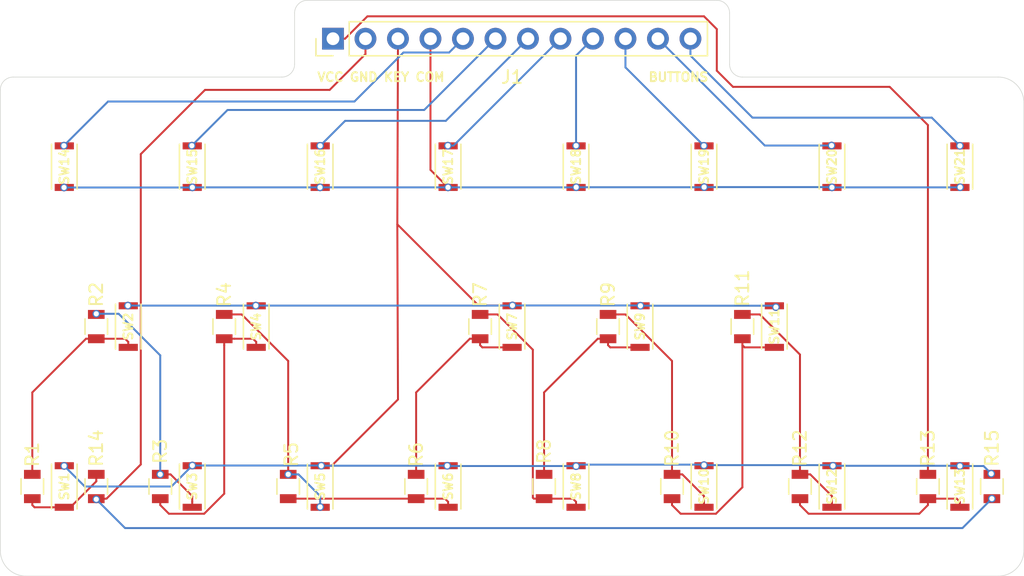
<source format=kicad_pcb>
(kicad_pcb (version 20171130) (host pcbnew "(5.1.5-0-10_14)")

  (general
    (thickness 1.6)
    (drawings 18)
    (tracks 230)
    (zones 0)
    (modules 37)
    (nets 26)
  )

  (page A4)
  (layers
    (0 F.Cu signal)
    (31 B.Cu signal)
    (32 B.Adhes user)
    (33 F.Adhes user)
    (34 B.Paste user)
    (35 F.Paste user)
    (36 B.SilkS user)
    (37 F.SilkS user)
    (38 B.Mask user)
    (39 F.Mask user)
    (40 Dwgs.User user)
    (41 Cmts.User user)
    (42 Eco1.User user)
    (43 Eco2.User user)
    (44 Edge.Cuts user)
    (45 Margin user)
    (46 B.CrtYd user)
    (47 F.CrtYd user)
    (48 B.Fab user)
    (49 F.Fab user hide)
  )

  (setup
    (last_trace_width 0.1524)
    (user_trace_width 0.1524)
    (user_trace_width 0.254)
    (user_trace_width 0.381)
    (user_trace_width 0.508)
    (trace_clearance 0.1524)
    (zone_clearance 0.508)
    (zone_45_only no)
    (trace_min 0.1524)
    (via_size 0.6)
    (via_drill 0.4)
    (via_min_size 0.5)
    (via_min_drill 0.3)
    (user_via 0.5 0.3)
    (user_via 0.6 0.4)
    (uvia_size 0.3)
    (uvia_drill 0.1)
    (uvias_allowed no)
    (uvia_min_size 0.2)
    (uvia_min_drill 0.1)
    (edge_width 0.05)
    (segment_width 0.2)
    (pcb_text_width 0.3)
    (pcb_text_size 1.5 1.5)
    (mod_edge_width 0.12)
    (mod_text_size 1 1)
    (mod_text_width 0.15)
    (pad_size 1.524 1.524)
    (pad_drill 0.762)
    (pad_to_mask_clearance 0.0508)
    (aux_axis_origin 0 0)
    (visible_elements FFFFF77F)
    (pcbplotparams
      (layerselection 0x010fc_ffffffff)
      (usegerberextensions false)
      (usegerberattributes false)
      (usegerberadvancedattributes false)
      (creategerberjobfile false)
      (excludeedgelayer true)
      (linewidth 0.100000)
      (plotframeref false)
      (viasonmask false)
      (mode 1)
      (useauxorigin false)
      (hpglpennumber 1)
      (hpglpenspeed 20)
      (hpglpendiameter 15.000000)
      (psnegative false)
      (psa4output false)
      (plotreference true)
      (plotvalue true)
      (plotinvisibletext false)
      (padsonsilk false)
      (subtractmaskfromsilk false)
      (outputformat 1)
      (mirror false)
      (drillshape 0)
      (scaleselection 1)
      (outputdirectory "output/"))
  )

  (net 0 "")
  (net 1 BUTTON8)
  (net 2 BUTTON7)
  (net 3 BUTTON6)
  (net 4 BUTTON5)
  (net 5 BUTTON4)
  (net 6 BUTTON3)
  (net 7 BUTTON2)
  (net 8 BUTTON1)
  (net 9 COMMON)
  (net 10 KEYBOARD)
  (net 11 GND)
  (net 12 VCC)
  (net 13 "Net-(R1-Pad2)")
  (net 14 "Net-(R10-Pad1)")
  (net 15 "Net-(R10-Pad2)")
  (net 16 "Net-(R1-Pad1)")
  (net 17 "Net-(R2-Pad1)")
  (net 18 "Net-(R3-Pad1)")
  (net 19 "Net-(R4-Pad1)")
  (net 20 "Net-(R5-Pad1)")
  (net 21 "Net-(R6-Pad1)")
  (net 22 "Net-(R7-Pad1)")
  (net 23 "Net-(R8-Pad1)")
  (net 24 "Net-(R11-Pad1)")
  (net 25 "Net-(R12-Pad1)")

  (net_class Default "This is the default net class."
    (clearance 0.1524)
    (trace_width 0.1524)
    (via_dia 0.6)
    (via_drill 0.4)
    (uvia_dia 0.3)
    (uvia_drill 0.1)
    (add_net BUTTON1)
    (add_net BUTTON2)
    (add_net BUTTON3)
    (add_net BUTTON4)
    (add_net BUTTON5)
    (add_net BUTTON6)
    (add_net BUTTON7)
    (add_net BUTTON8)
    (add_net COMMON)
    (add_net GND)
    (add_net KEYBOARD)
    (add_net "Net-(R1-Pad1)")
    (add_net "Net-(R1-Pad2)")
    (add_net "Net-(R10-Pad1)")
    (add_net "Net-(R10-Pad2)")
    (add_net "Net-(R11-Pad1)")
    (add_net "Net-(R12-Pad1)")
    (add_net "Net-(R2-Pad1)")
    (add_net "Net-(R3-Pad1)")
    (add_net "Net-(R4-Pad1)")
    (add_net "Net-(R5-Pad1)")
    (add_net "Net-(R6-Pad1)")
    (add_net "Net-(R7-Pad1)")
    (add_net "Net-(R8-Pad1)")
    (add_net VCC)
  )

  (module Resistors_SMD:R_0805 (layer F.Cu) (tedit 58E0A804) (tstamp 601EF5B7)
    (at 114.5 117 270)
    (descr "Resistor SMD 0805, reflow soldering, Vishay (see dcrcw.pdf)")
    (tags "resistor 0805")
    (path /601498EC)
    (attr smd)
    (fp_text reference R1 (at -2.5 0 90) (layer F.SilkS)
      (effects (font (size 1 1) (thickness 0.15)))
    )
    (fp_text value 470 (at 0 1.75 90) (layer F.Fab)
      (effects (font (size 1 1) (thickness 0.15)))
    )
    (fp_line (start 1.55 0.9) (end -1.55 0.9) (layer F.CrtYd) (width 0.05))
    (fp_line (start 1.55 0.9) (end 1.55 -0.9) (layer F.CrtYd) (width 0.05))
    (fp_line (start -1.55 -0.9) (end -1.55 0.9) (layer F.CrtYd) (width 0.05))
    (fp_line (start -1.55 -0.9) (end 1.55 -0.9) (layer F.CrtYd) (width 0.05))
    (fp_line (start -0.6 -0.88) (end 0.6 -0.88) (layer F.SilkS) (width 0.12))
    (fp_line (start 0.6 0.88) (end -0.6 0.88) (layer F.SilkS) (width 0.12))
    (fp_line (start -1 -0.62) (end 1 -0.62) (layer F.Fab) (width 0.1))
    (fp_line (start 1 -0.62) (end 1 0.62) (layer F.Fab) (width 0.1))
    (fp_line (start 1 0.62) (end -1 0.62) (layer F.Fab) (width 0.1))
    (fp_line (start -1 0.62) (end -1 -0.62) (layer F.Fab) (width 0.1))
    (fp_text user %R (at 0 0 90) (layer F.Fab)
      (effects (font (size 0.5 0.5) (thickness 0.075)))
    )
    (pad 2 smd rect (at 0.95 0 270) (size 0.7 1.3) (layers F.Cu F.Paste F.Mask)
      (net 13 "Net-(R1-Pad2)"))
    (pad 1 smd rect (at -0.95 0 270) (size 0.7 1.3) (layers F.Cu F.Paste F.Mask)
      (net 16 "Net-(R1-Pad1)"))
    (model ${KISYS3DMOD}/Resistors_SMD.3dshapes/R_0805.wrl
      (at (xyz 0 0 0))
      (scale (xyz 1 1 1))
      (rotate (xyz 0 0 0))
    )
  )

  (module Resistors_SMD:R_0805 (layer F.Cu) (tedit 58E0A804) (tstamp 601EF5D7)
    (at 189.5 117 270)
    (descr "Resistor SMD 0805, reflow soldering, Vishay (see dcrcw.pdf)")
    (tags "resistor 0805")
    (path /601694F7)
    (attr smd)
    (fp_text reference R15 (at -3 0 90) (layer F.SilkS)
      (effects (font (size 1 1) (thickness 0.15)))
    )
    (fp_text value 47k (at 0 1.75 90) (layer F.Fab)
      (effects (font (size 1 1) (thickness 0.15)))
    )
    (fp_line (start 1.55 0.9) (end -1.55 0.9) (layer F.CrtYd) (width 0.05))
    (fp_line (start 1.55 0.9) (end 1.55 -0.9) (layer F.CrtYd) (width 0.05))
    (fp_line (start -1.55 -0.9) (end -1.55 0.9) (layer F.CrtYd) (width 0.05))
    (fp_line (start -1.55 -0.9) (end 1.55 -0.9) (layer F.CrtYd) (width 0.05))
    (fp_line (start -0.6 -0.88) (end 0.6 -0.88) (layer F.SilkS) (width 0.12))
    (fp_line (start 0.6 0.88) (end -0.6 0.88) (layer F.SilkS) (width 0.12))
    (fp_line (start -1 -0.62) (end 1 -0.62) (layer F.Fab) (width 0.1))
    (fp_line (start 1 -0.62) (end 1 0.62) (layer F.Fab) (width 0.1))
    (fp_line (start 1 0.62) (end -1 0.62) (layer F.Fab) (width 0.1))
    (fp_line (start -1 0.62) (end -1 -0.62) (layer F.Fab) (width 0.1))
    (fp_text user %R (at 0 0 90) (layer F.Fab)
      (effects (font (size 0.5 0.5) (thickness 0.075)))
    )
    (pad 2 smd rect (at 0.95 0 270) (size 0.7 1.3) (layers F.Cu F.Paste F.Mask)
      (net 11 GND))
    (pad 1 smd rect (at -0.95 0 270) (size 0.7 1.3) (layers F.Cu F.Paste F.Mask)
      (net 10 KEYBOARD))
    (model ${KISYS3DMOD}/Resistors_SMD.3dshapes/R_0805.wrl
      (at (xyz 0 0 0))
      (scale (xyz 1 1 1))
      (rotate (xyz 0 0 0))
    )
  )

  (module Resistors_SMD:R_0805 (layer F.Cu) (tedit 58E0A804) (tstamp 601EF5C7)
    (at 119.5 117 270)
    (descr "Resistor SMD 0805, reflow soldering, Vishay (see dcrcw.pdf)")
    (tags "resistor 0805")
    (path /60149C25)
    (attr smd)
    (fp_text reference R14 (at -3 0 90) (layer F.SilkS)
      (effects (font (size 1 1) (thickness 0.15)))
    )
    (fp_text value 27k (at 0 1.75 90) (layer F.Fab)
      (effects (font (size 1 1) (thickness 0.15)))
    )
    (fp_text user %R (at 0 0 90) (layer F.Fab)
      (effects (font (size 0.5 0.5) (thickness 0.075)))
    )
    (fp_line (start -1 0.62) (end -1 -0.62) (layer F.Fab) (width 0.1))
    (fp_line (start 1 0.62) (end -1 0.62) (layer F.Fab) (width 0.1))
    (fp_line (start 1 -0.62) (end 1 0.62) (layer F.Fab) (width 0.1))
    (fp_line (start -1 -0.62) (end 1 -0.62) (layer F.Fab) (width 0.1))
    (fp_line (start 0.6 0.88) (end -0.6 0.88) (layer F.SilkS) (width 0.12))
    (fp_line (start -0.6 -0.88) (end 0.6 -0.88) (layer F.SilkS) (width 0.12))
    (fp_line (start -1.55 -0.9) (end 1.55 -0.9) (layer F.CrtYd) (width 0.05))
    (fp_line (start -1.55 -0.9) (end -1.55 0.9) (layer F.CrtYd) (width 0.05))
    (fp_line (start 1.55 0.9) (end 1.55 -0.9) (layer F.CrtYd) (width 0.05))
    (fp_line (start 1.55 0.9) (end -1.55 0.9) (layer F.CrtYd) (width 0.05))
    (pad 1 smd rect (at -0.95 0 270) (size 0.7 1.3) (layers F.Cu F.Paste F.Mask)
      (net 13 "Net-(R1-Pad2)"))
    (pad 2 smd rect (at 0.95 0 270) (size 0.7 1.3) (layers F.Cu F.Paste F.Mask)
      (net 11 GND))
    (model ${KISYS3DMOD}/Resistors_SMD.3dshapes/R_0805.wrl
      (at (xyz 0 0 0))
      (scale (xyz 1 1 1))
      (rotate (xyz 0 0 0))
    )
  )

  (module Resistors_SMD:R_0805 (layer F.Cu) (tedit 58E0A804) (tstamp 601EF5A7)
    (at 119.5 104.5 270)
    (descr "Resistor SMD 0805, reflow soldering, Vishay (see dcrcw.pdf)")
    (tags "resistor 0805")
    (path /60149319)
    (attr smd)
    (fp_text reference R2 (at -2.5 0 90) (layer F.SilkS)
      (effects (font (size 1 1) (thickness 0.15)))
    )
    (fp_text value 470 (at 0 1.75 90) (layer F.Fab)
      (effects (font (size 1 1) (thickness 0.15)))
    )
    (fp_text user %R (at 0 0 90) (layer F.Fab)
      (effects (font (size 0.5 0.5) (thickness 0.075)))
    )
    (fp_line (start -1 0.62) (end -1 -0.62) (layer F.Fab) (width 0.1))
    (fp_line (start 1 0.62) (end -1 0.62) (layer F.Fab) (width 0.1))
    (fp_line (start 1 -0.62) (end 1 0.62) (layer F.Fab) (width 0.1))
    (fp_line (start -1 -0.62) (end 1 -0.62) (layer F.Fab) (width 0.1))
    (fp_line (start 0.6 0.88) (end -0.6 0.88) (layer F.SilkS) (width 0.12))
    (fp_line (start -0.6 -0.88) (end 0.6 -0.88) (layer F.SilkS) (width 0.12))
    (fp_line (start -1.55 -0.9) (end 1.55 -0.9) (layer F.CrtYd) (width 0.05))
    (fp_line (start -1.55 -0.9) (end -1.55 0.9) (layer F.CrtYd) (width 0.05))
    (fp_line (start 1.55 0.9) (end 1.55 -0.9) (layer F.CrtYd) (width 0.05))
    (fp_line (start 1.55 0.9) (end -1.55 0.9) (layer F.CrtYd) (width 0.05))
    (pad 1 smd rect (at -0.95 0 270) (size 0.7 1.3) (layers F.Cu F.Paste F.Mask)
      (net 17 "Net-(R2-Pad1)"))
    (pad 2 smd rect (at 0.95 0 270) (size 0.7 1.3) (layers F.Cu F.Paste F.Mask)
      (net 16 "Net-(R1-Pad1)"))
    (model ${KISYS3DMOD}/Resistors_SMD.3dshapes/R_0805.wrl
      (at (xyz 0 0 0))
      (scale (xyz 1 1 1))
      (rotate (xyz 0 0 0))
    )
  )

  (module Resistors_SMD:R_0805 (layer F.Cu) (tedit 58E0A804) (tstamp 601EF597)
    (at 124.5 117 90)
    (descr "Resistor SMD 0805, reflow soldering, Vishay (see dcrcw.pdf)")
    (tags "resistor 0805")
    (path /60148D08)
    (attr smd)
    (fp_text reference R3 (at 2.75 0 90) (layer F.SilkS)
      (effects (font (size 1 1) (thickness 0.15)))
    )
    (fp_text value 470 (at 0 1.75 90) (layer F.Fab)
      (effects (font (size 1 1) (thickness 0.15)))
    )
    (fp_line (start 1.55 0.9) (end -1.55 0.9) (layer F.CrtYd) (width 0.05))
    (fp_line (start 1.55 0.9) (end 1.55 -0.9) (layer F.CrtYd) (width 0.05))
    (fp_line (start -1.55 -0.9) (end -1.55 0.9) (layer F.CrtYd) (width 0.05))
    (fp_line (start -1.55 -0.9) (end 1.55 -0.9) (layer F.CrtYd) (width 0.05))
    (fp_line (start -0.6 -0.88) (end 0.6 -0.88) (layer F.SilkS) (width 0.12))
    (fp_line (start 0.6 0.88) (end -0.6 0.88) (layer F.SilkS) (width 0.12))
    (fp_line (start -1 -0.62) (end 1 -0.62) (layer F.Fab) (width 0.1))
    (fp_line (start 1 -0.62) (end 1 0.62) (layer F.Fab) (width 0.1))
    (fp_line (start 1 0.62) (end -1 0.62) (layer F.Fab) (width 0.1))
    (fp_line (start -1 0.62) (end -1 -0.62) (layer F.Fab) (width 0.1))
    (fp_text user %R (at 0 0 90) (layer F.Fab)
      (effects (font (size 0.5 0.5) (thickness 0.075)))
    )
    (pad 2 smd rect (at 0.95 0 90) (size 0.7 1.3) (layers F.Cu F.Paste F.Mask)
      (net 17 "Net-(R2-Pad1)"))
    (pad 1 smd rect (at -0.95 0 90) (size 0.7 1.3) (layers F.Cu F.Paste F.Mask)
      (net 18 "Net-(R3-Pad1)"))
    (model ${KISYS3DMOD}/Resistors_SMD.3dshapes/R_0805.wrl
      (at (xyz 0 0 0))
      (scale (xyz 1 1 1))
      (rotate (xyz 0 0 0))
    )
  )

  (module Resistors_SMD:R_0805 (layer F.Cu) (tedit 58E0A804) (tstamp 601EF587)
    (at 129.5 104.5 270)
    (descr "Resistor SMD 0805, reflow soldering, Vishay (see dcrcw.pdf)")
    (tags "resistor 0805")
    (path /601466C1)
    (attr smd)
    (fp_text reference R4 (at -2.5 0 90) (layer F.SilkS)
      (effects (font (size 1 1) (thickness 0.15)))
    )
    (fp_text value 470 (at 0 1.75 90) (layer F.Fab)
      (effects (font (size 1 1) (thickness 0.15)))
    )
    (fp_text user %R (at 0 0 90) (layer F.Fab)
      (effects (font (size 0.5 0.5) (thickness 0.075)))
    )
    (fp_line (start -1 0.62) (end -1 -0.62) (layer F.Fab) (width 0.1))
    (fp_line (start 1 0.62) (end -1 0.62) (layer F.Fab) (width 0.1))
    (fp_line (start 1 -0.62) (end 1 0.62) (layer F.Fab) (width 0.1))
    (fp_line (start -1 -0.62) (end 1 -0.62) (layer F.Fab) (width 0.1))
    (fp_line (start 0.6 0.88) (end -0.6 0.88) (layer F.SilkS) (width 0.12))
    (fp_line (start -0.6 -0.88) (end 0.6 -0.88) (layer F.SilkS) (width 0.12))
    (fp_line (start -1.55 -0.9) (end 1.55 -0.9) (layer F.CrtYd) (width 0.05))
    (fp_line (start -1.55 -0.9) (end -1.55 0.9) (layer F.CrtYd) (width 0.05))
    (fp_line (start 1.55 0.9) (end 1.55 -0.9) (layer F.CrtYd) (width 0.05))
    (fp_line (start 1.55 0.9) (end -1.55 0.9) (layer F.CrtYd) (width 0.05))
    (pad 1 smd rect (at -0.95 0 270) (size 0.7 1.3) (layers F.Cu F.Paste F.Mask)
      (net 19 "Net-(R4-Pad1)"))
    (pad 2 smd rect (at 0.95 0 270) (size 0.7 1.3) (layers F.Cu F.Paste F.Mask)
      (net 18 "Net-(R3-Pad1)"))
    (model ${KISYS3DMOD}/Resistors_SMD.3dshapes/R_0805.wrl
      (at (xyz 0 0 0))
      (scale (xyz 1 1 1))
      (rotate (xyz 0 0 0))
    )
  )

  (module Resistors_SMD:R_0805 (layer F.Cu) (tedit 58E0A804) (tstamp 601EF577)
    (at 134.5 117 90)
    (descr "Resistor SMD 0805, reflow soldering, Vishay (see dcrcw.pdf)")
    (tags "resistor 0805")
    (path /601464AE)
    (attr smd)
    (fp_text reference R5 (at 2.5 0.25 90) (layer F.SilkS)
      (effects (font (size 1 1) (thickness 0.15)))
    )
    (fp_text value 470 (at 0 1.75 90) (layer F.Fab)
      (effects (font (size 1 1) (thickness 0.15)))
    )
    (fp_text user %R (at 0 0 90) (layer F.Fab)
      (effects (font (size 0.5 0.5) (thickness 0.075)))
    )
    (fp_line (start -1 0.62) (end -1 -0.62) (layer F.Fab) (width 0.1))
    (fp_line (start 1 0.62) (end -1 0.62) (layer F.Fab) (width 0.1))
    (fp_line (start 1 -0.62) (end 1 0.62) (layer F.Fab) (width 0.1))
    (fp_line (start -1 -0.62) (end 1 -0.62) (layer F.Fab) (width 0.1))
    (fp_line (start 0.6 0.88) (end -0.6 0.88) (layer F.SilkS) (width 0.12))
    (fp_line (start -0.6 -0.88) (end 0.6 -0.88) (layer F.SilkS) (width 0.12))
    (fp_line (start -1.55 -0.9) (end 1.55 -0.9) (layer F.CrtYd) (width 0.05))
    (fp_line (start -1.55 -0.9) (end -1.55 0.9) (layer F.CrtYd) (width 0.05))
    (fp_line (start 1.55 0.9) (end 1.55 -0.9) (layer F.CrtYd) (width 0.05))
    (fp_line (start 1.55 0.9) (end -1.55 0.9) (layer F.CrtYd) (width 0.05))
    (pad 1 smd rect (at -0.95 0 90) (size 0.7 1.3) (layers F.Cu F.Paste F.Mask)
      (net 20 "Net-(R5-Pad1)"))
    (pad 2 smd rect (at 0.95 0 90) (size 0.7 1.3) (layers F.Cu F.Paste F.Mask)
      (net 19 "Net-(R4-Pad1)"))
    (model ${KISYS3DMOD}/Resistors_SMD.3dshapes/R_0805.wrl
      (at (xyz 0 0 0))
      (scale (xyz 1 1 1))
      (rotate (xyz 0 0 0))
    )
  )

  (module Resistors_SMD:R_0805 (layer F.Cu) (tedit 58E0A804) (tstamp 601EF567)
    (at 144.5 117 270)
    (descr "Resistor SMD 0805, reflow soldering, Vishay (see dcrcw.pdf)")
    (tags "resistor 0805")
    (path /60146175)
    (attr smd)
    (fp_text reference R6 (at -2.5 0 90) (layer F.SilkS)
      (effects (font (size 1 1) (thickness 0.15)))
    )
    (fp_text value 470 (at 0 1.75 90) (layer F.Fab)
      (effects (font (size 1 1) (thickness 0.15)))
    )
    (fp_line (start 1.55 0.9) (end -1.55 0.9) (layer F.CrtYd) (width 0.05))
    (fp_line (start 1.55 0.9) (end 1.55 -0.9) (layer F.CrtYd) (width 0.05))
    (fp_line (start -1.55 -0.9) (end -1.55 0.9) (layer F.CrtYd) (width 0.05))
    (fp_line (start -1.55 -0.9) (end 1.55 -0.9) (layer F.CrtYd) (width 0.05))
    (fp_line (start -0.6 -0.88) (end 0.6 -0.88) (layer F.SilkS) (width 0.12))
    (fp_line (start 0.6 0.88) (end -0.6 0.88) (layer F.SilkS) (width 0.12))
    (fp_line (start -1 -0.62) (end 1 -0.62) (layer F.Fab) (width 0.1))
    (fp_line (start 1 -0.62) (end 1 0.62) (layer F.Fab) (width 0.1))
    (fp_line (start 1 0.62) (end -1 0.62) (layer F.Fab) (width 0.1))
    (fp_line (start -1 0.62) (end -1 -0.62) (layer F.Fab) (width 0.1))
    (fp_text user %R (at 0 0 90) (layer F.Fab)
      (effects (font (size 0.5 0.5) (thickness 0.075)))
    )
    (pad 2 smd rect (at 0.95 0 270) (size 0.7 1.3) (layers F.Cu F.Paste F.Mask)
      (net 20 "Net-(R5-Pad1)"))
    (pad 1 smd rect (at -0.95 0 270) (size 0.7 1.3) (layers F.Cu F.Paste F.Mask)
      (net 21 "Net-(R6-Pad1)"))
    (model ${KISYS3DMOD}/Resistors_SMD.3dshapes/R_0805.wrl
      (at (xyz 0 0 0))
      (scale (xyz 1 1 1))
      (rotate (xyz 0 0 0))
    )
  )

  (module Resistors_SMD:R_0805 (layer F.Cu) (tedit 58E0A804) (tstamp 601EF557)
    (at 149.5 104.5 270)
    (descr "Resistor SMD 0805, reflow soldering, Vishay (see dcrcw.pdf)")
    (tags "resistor 0805")
    (path /60145E51)
    (attr smd)
    (fp_text reference R7 (at -2.5 0 90) (layer F.SilkS)
      (effects (font (size 1 1) (thickness 0.15)))
    )
    (fp_text value 470 (at 0 1.75 90) (layer F.Fab)
      (effects (font (size 1 1) (thickness 0.15)))
    )
    (fp_text user %R (at 0 0 90) (layer F.Fab)
      (effects (font (size 0.5 0.5) (thickness 0.075)))
    )
    (fp_line (start -1 0.62) (end -1 -0.62) (layer F.Fab) (width 0.1))
    (fp_line (start 1 0.62) (end -1 0.62) (layer F.Fab) (width 0.1))
    (fp_line (start 1 -0.62) (end 1 0.62) (layer F.Fab) (width 0.1))
    (fp_line (start -1 -0.62) (end 1 -0.62) (layer F.Fab) (width 0.1))
    (fp_line (start 0.6 0.88) (end -0.6 0.88) (layer F.SilkS) (width 0.12))
    (fp_line (start -0.6 -0.88) (end 0.6 -0.88) (layer F.SilkS) (width 0.12))
    (fp_line (start -1.55 -0.9) (end 1.55 -0.9) (layer F.CrtYd) (width 0.05))
    (fp_line (start -1.55 -0.9) (end -1.55 0.9) (layer F.CrtYd) (width 0.05))
    (fp_line (start 1.55 0.9) (end 1.55 -0.9) (layer F.CrtYd) (width 0.05))
    (fp_line (start 1.55 0.9) (end -1.55 0.9) (layer F.CrtYd) (width 0.05))
    (pad 1 smd rect (at -0.95 0 270) (size 0.7 1.3) (layers F.Cu F.Paste F.Mask)
      (net 22 "Net-(R7-Pad1)"))
    (pad 2 smd rect (at 0.95 0 270) (size 0.7 1.3) (layers F.Cu F.Paste F.Mask)
      (net 21 "Net-(R6-Pad1)"))
    (model ${KISYS3DMOD}/Resistors_SMD.3dshapes/R_0805.wrl
      (at (xyz 0 0 0))
      (scale (xyz 1 1 1))
      (rotate (xyz 0 0 0))
    )
  )

  (module Resistors_SMD:R_0805 (layer F.Cu) (tedit 58E0A804) (tstamp 601EF547)
    (at 154.5 117 270)
    (descr "Resistor SMD 0805, reflow soldering, Vishay (see dcrcw.pdf)")
    (tags "resistor 0805")
    (path /60145BEA)
    (attr smd)
    (fp_text reference R8 (at -2.75 0 90) (layer F.SilkS)
      (effects (font (size 1 1) (thickness 0.15)))
    )
    (fp_text value 470 (at 0 1.75 90) (layer F.Fab)
      (effects (font (size 1 1) (thickness 0.15)))
    )
    (fp_line (start 1.55 0.9) (end -1.55 0.9) (layer F.CrtYd) (width 0.05))
    (fp_line (start 1.55 0.9) (end 1.55 -0.9) (layer F.CrtYd) (width 0.05))
    (fp_line (start -1.55 -0.9) (end -1.55 0.9) (layer F.CrtYd) (width 0.05))
    (fp_line (start -1.55 -0.9) (end 1.55 -0.9) (layer F.CrtYd) (width 0.05))
    (fp_line (start -0.6 -0.88) (end 0.6 -0.88) (layer F.SilkS) (width 0.12))
    (fp_line (start 0.6 0.88) (end -0.6 0.88) (layer F.SilkS) (width 0.12))
    (fp_line (start -1 -0.62) (end 1 -0.62) (layer F.Fab) (width 0.1))
    (fp_line (start 1 -0.62) (end 1 0.62) (layer F.Fab) (width 0.1))
    (fp_line (start 1 0.62) (end -1 0.62) (layer F.Fab) (width 0.1))
    (fp_line (start -1 0.62) (end -1 -0.62) (layer F.Fab) (width 0.1))
    (fp_text user %R (at 0 0 90) (layer F.Fab)
      (effects (font (size 0.5 0.5) (thickness 0.075)))
    )
    (pad 2 smd rect (at 0.95 0 270) (size 0.7 1.3) (layers F.Cu F.Paste F.Mask)
      (net 22 "Net-(R7-Pad1)"))
    (pad 1 smd rect (at -0.95 0 270) (size 0.7 1.3) (layers F.Cu F.Paste F.Mask)
      (net 23 "Net-(R8-Pad1)"))
    (model ${KISYS3DMOD}/Resistors_SMD.3dshapes/R_0805.wrl
      (at (xyz 0 0 0))
      (scale (xyz 1 1 1))
      (rotate (xyz 0 0 0))
    )
  )

  (module Resistors_SMD:R_0805 (layer F.Cu) (tedit 58E0A804) (tstamp 601EF537)
    (at 159.5 104.5 270)
    (descr "Resistor SMD 0805, reflow soldering, Vishay (see dcrcw.pdf)")
    (tags "resistor 0805")
    (path /601458F0)
    (attr smd)
    (fp_text reference R9 (at -2.5 0 90) (layer F.SilkS)
      (effects (font (size 1 1) (thickness 0.15)))
    )
    (fp_text value 470 (at 0 1.75 90) (layer F.Fab)
      (effects (font (size 1 1) (thickness 0.15)))
    )
    (fp_text user %R (at 0 0 90) (layer F.Fab)
      (effects (font (size 0.5 0.5) (thickness 0.075)))
    )
    (fp_line (start -1 0.62) (end -1 -0.62) (layer F.Fab) (width 0.1))
    (fp_line (start 1 0.62) (end -1 0.62) (layer F.Fab) (width 0.1))
    (fp_line (start 1 -0.62) (end 1 0.62) (layer F.Fab) (width 0.1))
    (fp_line (start -1 -0.62) (end 1 -0.62) (layer F.Fab) (width 0.1))
    (fp_line (start 0.6 0.88) (end -0.6 0.88) (layer F.SilkS) (width 0.12))
    (fp_line (start -0.6 -0.88) (end 0.6 -0.88) (layer F.SilkS) (width 0.12))
    (fp_line (start -1.55 -0.9) (end 1.55 -0.9) (layer F.CrtYd) (width 0.05))
    (fp_line (start -1.55 -0.9) (end -1.55 0.9) (layer F.CrtYd) (width 0.05))
    (fp_line (start 1.55 0.9) (end 1.55 -0.9) (layer F.CrtYd) (width 0.05))
    (fp_line (start 1.55 0.9) (end -1.55 0.9) (layer F.CrtYd) (width 0.05))
    (pad 1 smd rect (at -0.95 0 270) (size 0.7 1.3) (layers F.Cu F.Paste F.Mask)
      (net 15 "Net-(R10-Pad2)"))
    (pad 2 smd rect (at 0.95 0 270) (size 0.7 1.3) (layers F.Cu F.Paste F.Mask)
      (net 23 "Net-(R8-Pad1)"))
    (model ${KISYS3DMOD}/Resistors_SMD.3dshapes/R_0805.wrl
      (at (xyz 0 0 0))
      (scale (xyz 1 1 1))
      (rotate (xyz 0 0 0))
    )
  )

  (module Resistors_SMD:R_0805 (layer F.Cu) (tedit 58E0A804) (tstamp 601EF527)
    (at 164.5 117 90)
    (descr "Resistor SMD 0805, reflow soldering, Vishay (see dcrcw.pdf)")
    (tags "resistor 0805")
    (path /601455A2)
    (attr smd)
    (fp_text reference R10 (at 3 0 90) (layer F.SilkS)
      (effects (font (size 1 1) (thickness 0.15)))
    )
    (fp_text value 470 (at 0 1.75 90) (layer F.Fab)
      (effects (font (size 1 1) (thickness 0.15)))
    )
    (fp_line (start 1.55 0.9) (end -1.55 0.9) (layer F.CrtYd) (width 0.05))
    (fp_line (start 1.55 0.9) (end 1.55 -0.9) (layer F.CrtYd) (width 0.05))
    (fp_line (start -1.55 -0.9) (end -1.55 0.9) (layer F.CrtYd) (width 0.05))
    (fp_line (start -1.55 -0.9) (end 1.55 -0.9) (layer F.CrtYd) (width 0.05))
    (fp_line (start -0.6 -0.88) (end 0.6 -0.88) (layer F.SilkS) (width 0.12))
    (fp_line (start 0.6 0.88) (end -0.6 0.88) (layer F.SilkS) (width 0.12))
    (fp_line (start -1 -0.62) (end 1 -0.62) (layer F.Fab) (width 0.1))
    (fp_line (start 1 -0.62) (end 1 0.62) (layer F.Fab) (width 0.1))
    (fp_line (start 1 0.62) (end -1 0.62) (layer F.Fab) (width 0.1))
    (fp_line (start -1 0.62) (end -1 -0.62) (layer F.Fab) (width 0.1))
    (fp_text user %R (at 0 0 90) (layer F.Fab)
      (effects (font (size 0.5 0.5) (thickness 0.075)))
    )
    (pad 2 smd rect (at 0.95 0 90) (size 0.7 1.3) (layers F.Cu F.Paste F.Mask)
      (net 15 "Net-(R10-Pad2)"))
    (pad 1 smd rect (at -0.95 0 90) (size 0.7 1.3) (layers F.Cu F.Paste F.Mask)
      (net 14 "Net-(R10-Pad1)"))
    (model ${KISYS3DMOD}/Resistors_SMD.3dshapes/R_0805.wrl
      (at (xyz 0 0 0))
      (scale (xyz 1 1 1))
      (rotate (xyz 0 0 0))
    )
  )

  (module Resistors_SMD:R_0805 (layer F.Cu) (tedit 58E0A804) (tstamp 601EF517)
    (at 170 104.5 270)
    (descr "Resistor SMD 0805, reflow soldering, Vishay (see dcrcw.pdf)")
    (tags "resistor 0805")
    (path /601452BD)
    (attr smd)
    (fp_text reference R11 (at -3 0 90) (layer F.SilkS)
      (effects (font (size 1 1) (thickness 0.15)))
    )
    (fp_text value 470 (at 0 1.75 90) (layer F.Fab)
      (effects (font (size 1 1) (thickness 0.15)))
    )
    (fp_text user %R (at 0 0 90) (layer F.Fab)
      (effects (font (size 0.5 0.5) (thickness 0.075)))
    )
    (fp_line (start -1 0.62) (end -1 -0.62) (layer F.Fab) (width 0.1))
    (fp_line (start 1 0.62) (end -1 0.62) (layer F.Fab) (width 0.1))
    (fp_line (start 1 -0.62) (end 1 0.62) (layer F.Fab) (width 0.1))
    (fp_line (start -1 -0.62) (end 1 -0.62) (layer F.Fab) (width 0.1))
    (fp_line (start 0.6 0.88) (end -0.6 0.88) (layer F.SilkS) (width 0.12))
    (fp_line (start -0.6 -0.88) (end 0.6 -0.88) (layer F.SilkS) (width 0.12))
    (fp_line (start -1.55 -0.9) (end 1.55 -0.9) (layer F.CrtYd) (width 0.05))
    (fp_line (start -1.55 -0.9) (end -1.55 0.9) (layer F.CrtYd) (width 0.05))
    (fp_line (start 1.55 0.9) (end 1.55 -0.9) (layer F.CrtYd) (width 0.05))
    (fp_line (start 1.55 0.9) (end -1.55 0.9) (layer F.CrtYd) (width 0.05))
    (pad 1 smd rect (at -0.95 0 270) (size 0.7 1.3) (layers F.Cu F.Paste F.Mask)
      (net 24 "Net-(R11-Pad1)"))
    (pad 2 smd rect (at 0.95 0 270) (size 0.7 1.3) (layers F.Cu F.Paste F.Mask)
      (net 14 "Net-(R10-Pad1)"))
    (model ${KISYS3DMOD}/Resistors_SMD.3dshapes/R_0805.wrl
      (at (xyz 0 0 0))
      (scale (xyz 1 1 1))
      (rotate (xyz 0 0 0))
    )
  )

  (module Resistors_SMD:R_0805 (layer F.Cu) (tedit 58E0A804) (tstamp 601EF7C2)
    (at 174.5 117 90)
    (descr "Resistor SMD 0805, reflow soldering, Vishay (see dcrcw.pdf)")
    (tags "resistor 0805")
    (path /60144F03)
    (attr smd)
    (fp_text reference R12 (at 3 0 90) (layer F.SilkS)
      (effects (font (size 1 1) (thickness 0.15)))
    )
    (fp_text value 470 (at 0 1.75 90) (layer F.Fab)
      (effects (font (size 1 1) (thickness 0.15)))
    )
    (fp_line (start 1.55 0.9) (end -1.55 0.9) (layer F.CrtYd) (width 0.05))
    (fp_line (start 1.55 0.9) (end 1.55 -0.9) (layer F.CrtYd) (width 0.05))
    (fp_line (start -1.55 -0.9) (end -1.55 0.9) (layer F.CrtYd) (width 0.05))
    (fp_line (start -1.55 -0.9) (end 1.55 -0.9) (layer F.CrtYd) (width 0.05))
    (fp_line (start -0.6 -0.88) (end 0.6 -0.88) (layer F.SilkS) (width 0.12))
    (fp_line (start 0.6 0.88) (end -0.6 0.88) (layer F.SilkS) (width 0.12))
    (fp_line (start -1 -0.62) (end 1 -0.62) (layer F.Fab) (width 0.1))
    (fp_line (start 1 -0.62) (end 1 0.62) (layer F.Fab) (width 0.1))
    (fp_line (start 1 0.62) (end -1 0.62) (layer F.Fab) (width 0.1))
    (fp_line (start -1 0.62) (end -1 -0.62) (layer F.Fab) (width 0.1))
    (fp_text user %R (at 0 0 90) (layer F.Fab)
      (effects (font (size 0.5 0.5) (thickness 0.075)))
    )
    (pad 2 smd rect (at 0.95 0 90) (size 0.7 1.3) (layers F.Cu F.Paste F.Mask)
      (net 24 "Net-(R11-Pad1)"))
    (pad 1 smd rect (at -0.95 0 90) (size 0.7 1.3) (layers F.Cu F.Paste F.Mask)
      (net 25 "Net-(R12-Pad1)"))
    (model ${KISYS3DMOD}/Resistors_SMD.3dshapes/R_0805.wrl
      (at (xyz 0 0 0))
      (scale (xyz 1 1 1))
      (rotate (xyz 0 0 0))
    )
  )

  (module Resistors_SMD:R_0805 (layer F.Cu) (tedit 58E0A804) (tstamp 601EF4F7)
    (at 184.5 117 270)
    (descr "Resistor SMD 0805, reflow soldering, Vishay (see dcrcw.pdf)")
    (tags "resistor 0805")
    (path /60144371)
    (attr smd)
    (fp_text reference R13 (at -3 0 90) (layer F.SilkS)
      (effects (font (size 1 1) (thickness 0.15)))
    )
    (fp_text value 470 (at 0 1.75 90) (layer F.Fab)
      (effects (font (size 1 1) (thickness 0.15)))
    )
    (fp_line (start 1.55 0.9) (end -1.55 0.9) (layer F.CrtYd) (width 0.05))
    (fp_line (start 1.55 0.9) (end 1.55 -0.9) (layer F.CrtYd) (width 0.05))
    (fp_line (start -1.55 -0.9) (end -1.55 0.9) (layer F.CrtYd) (width 0.05))
    (fp_line (start -1.55 -0.9) (end 1.55 -0.9) (layer F.CrtYd) (width 0.05))
    (fp_line (start -0.6 -0.88) (end 0.6 -0.88) (layer F.SilkS) (width 0.12))
    (fp_line (start 0.6 0.88) (end -0.6 0.88) (layer F.SilkS) (width 0.12))
    (fp_line (start -1 -0.62) (end 1 -0.62) (layer F.Fab) (width 0.1))
    (fp_line (start 1 -0.62) (end 1 0.62) (layer F.Fab) (width 0.1))
    (fp_line (start 1 0.62) (end -1 0.62) (layer F.Fab) (width 0.1))
    (fp_line (start -1 0.62) (end -1 -0.62) (layer F.Fab) (width 0.1))
    (fp_text user %R (at 0 0 90) (layer F.Fab)
      (effects (font (size 0.5 0.5) (thickness 0.075)))
    )
    (pad 2 smd rect (at 0.95 0 270) (size 0.7 1.3) (layers F.Cu F.Paste F.Mask)
      (net 25 "Net-(R12-Pad1)"))
    (pad 1 smd rect (at -0.95 0 270) (size 0.7 1.3) (layers F.Cu F.Paste F.Mask)
      (net 12 VCC))
    (model ${KISYS3DMOD}/Resistors_SMD.3dshapes/R_0805.wrl
      (at (xyz 0 0 0))
      (scale (xyz 1 1 1))
      (rotate (xyz 0 0 0))
    )
  )

  (module Pin_Headers:Pin_Header_Straight_1x12_Pitch2.54mm (layer F.Cu) (tedit 59650532) (tstamp 601EBDBA)
    (at 138 82 90)
    (descr "Through hole straight pin header, 1x12, 2.54mm pitch, single row")
    (tags "Through hole pin header THT 1x12 2.54mm single row")
    (path /6022841F)
    (fp_text reference J1 (at -3 14 180) (layer F.SilkS)
      (effects (font (size 1 1) (thickness 0.15)))
    )
    (fp_text value Conn_01x12 (at 0 30.27 90) (layer F.Fab)
      (effects (font (size 1 1) (thickness 0.15)))
    )
    (fp_text user %R (at 0 13.97) (layer F.Fab)
      (effects (font (size 1 1) (thickness 0.15)))
    )
    (fp_line (start 1.8 -1.8) (end -1.8 -1.8) (layer F.CrtYd) (width 0.05))
    (fp_line (start 1.8 29.75) (end 1.8 -1.8) (layer F.CrtYd) (width 0.05))
    (fp_line (start -1.8 29.75) (end 1.8 29.75) (layer F.CrtYd) (width 0.05))
    (fp_line (start -1.8 -1.8) (end -1.8 29.75) (layer F.CrtYd) (width 0.05))
    (fp_line (start -1.33 -1.33) (end 0 -1.33) (layer F.SilkS) (width 0.12))
    (fp_line (start -1.33 0) (end -1.33 -1.33) (layer F.SilkS) (width 0.12))
    (fp_line (start -1.33 1.27) (end 1.33 1.27) (layer F.SilkS) (width 0.12))
    (fp_line (start 1.33 1.27) (end 1.33 29.27) (layer F.SilkS) (width 0.12))
    (fp_line (start -1.33 1.27) (end -1.33 29.27) (layer F.SilkS) (width 0.12))
    (fp_line (start -1.33 29.27) (end 1.33 29.27) (layer F.SilkS) (width 0.12))
    (fp_line (start -1.27 -0.635) (end -0.635 -1.27) (layer F.Fab) (width 0.1))
    (fp_line (start -1.27 29.21) (end -1.27 -0.635) (layer F.Fab) (width 0.1))
    (fp_line (start 1.27 29.21) (end -1.27 29.21) (layer F.Fab) (width 0.1))
    (fp_line (start 1.27 -1.27) (end 1.27 29.21) (layer F.Fab) (width 0.1))
    (fp_line (start -0.635 -1.27) (end 1.27 -1.27) (layer F.Fab) (width 0.1))
    (pad 12 thru_hole oval (at 0 27.94 90) (size 1.7 1.7) (drill 1) (layers *.Cu *.Mask)
      (net 1 BUTTON8))
    (pad 11 thru_hole oval (at 0 25.4 90) (size 1.7 1.7) (drill 1) (layers *.Cu *.Mask)
      (net 2 BUTTON7))
    (pad 10 thru_hole oval (at 0 22.86 90) (size 1.7 1.7) (drill 1) (layers *.Cu *.Mask)
      (net 3 BUTTON6))
    (pad 9 thru_hole oval (at 0 20.32 90) (size 1.7 1.7) (drill 1) (layers *.Cu *.Mask)
      (net 4 BUTTON5))
    (pad 8 thru_hole oval (at 0 17.78 90) (size 1.7 1.7) (drill 1) (layers *.Cu *.Mask)
      (net 5 BUTTON4))
    (pad 7 thru_hole oval (at 0 15.24 90) (size 1.7 1.7) (drill 1) (layers *.Cu *.Mask)
      (net 6 BUTTON3))
    (pad 6 thru_hole oval (at 0 12.7 90) (size 1.7 1.7) (drill 1) (layers *.Cu *.Mask)
      (net 7 BUTTON2))
    (pad 5 thru_hole oval (at 0 10.16 90) (size 1.7 1.7) (drill 1) (layers *.Cu *.Mask)
      (net 8 BUTTON1))
    (pad 4 thru_hole oval (at 0 7.62 90) (size 1.7 1.7) (drill 1) (layers *.Cu *.Mask)
      (net 9 COMMON))
    (pad 3 thru_hole oval (at 0 5.08 90) (size 1.7 1.7) (drill 1) (layers *.Cu *.Mask)
      (net 10 KEYBOARD))
    (pad 2 thru_hole oval (at 0 2.54 90) (size 1.7 1.7) (drill 1) (layers *.Cu *.Mask)
      (net 11 GND))
    (pad 1 thru_hole rect (at 0 0 90) (size 1.7 1.7) (drill 1) (layers *.Cu *.Mask)
      (net 12 VCC))
    (model ${KISYS3DMOD}/Pin_Headers.3dshapes/Pin_Header_Straight_1x12_Pitch2.54mm.wrl
      (at (xyz 0 0 0))
      (scale (xyz 1 1 1))
      (rotate (xyz 0 0 0))
    )
  )

  (module kxt3:kxt3 (layer F.Cu) (tedit 601ECA75) (tstamp 601EF5E7)
    (at 117 117 90)
    (path /60155CD7)
    (fp_text reference SW1 (at 0 0 90) (layer F.SilkS)
      (effects (font (size 0.7 0.7) (thickness 0.15)))
    )
    (fp_text value SW_SPST (at 0 1.93 90) (layer F.Fab)
      (effects (font (size 1 1) (thickness 0.15)))
    )
    (fp_line (start -1.75 -1) (end 1.75 -1) (layer F.SilkS) (width 0.12))
    (fp_line (start 1.75 1) (end -1.75 1) (layer F.SilkS) (width 0.12))
    (pad 1 smd rect (at -1.625 0 90) (size 0.55 1.5) (layers F.Cu F.Paste F.Mask)
      (net 13 "Net-(R1-Pad2)"))
    (pad 2 smd rect (at 1.625 0 90) (size 0.55 1.5) (layers F.Cu F.Paste F.Mask)
      (net 10 KEYBOARD))
  )

  (module kxt3:kxt3 (layer F.Cu) (tedit 601ECA75) (tstamp 601EF5EE)
    (at 122 104.5 90)
    (path /60155CD1)
    (fp_text reference SW2 (at 0 0 90) (layer F.SilkS)
      (effects (font (size 0.7 0.7) (thickness 0.15)))
    )
    (fp_text value SW_SPST (at 0 1.93 90) (layer F.Fab)
      (effects (font (size 1 1) (thickness 0.15)))
    )
    (fp_line (start 1.75 1) (end -1.75 1) (layer F.SilkS) (width 0.12))
    (fp_line (start -1.75 -1) (end 1.75 -1) (layer F.SilkS) (width 0.12))
    (pad 2 smd rect (at 1.625 0 90) (size 0.55 1.5) (layers F.Cu F.Paste F.Mask)
      (net 10 KEYBOARD))
    (pad 1 smd rect (at -1.625 0 90) (size 0.55 1.5) (layers F.Cu F.Paste F.Mask)
      (net 16 "Net-(R1-Pad1)"))
  )

  (module kxt3:kxt3 (layer F.Cu) (tedit 601ECA75) (tstamp 601EF5F5)
    (at 127 117 90)
    (path /60155CCB)
    (fp_text reference SW3 (at 0 0 90) (layer F.SilkS)
      (effects (font (size 0.7 0.7) (thickness 0.15)))
    )
    (fp_text value SW_SPST (at 0 1.93 90) (layer F.Fab)
      (effects (font (size 1 1) (thickness 0.15)))
    )
    (fp_line (start -1.75 -1) (end 1.75 -1) (layer F.SilkS) (width 0.12))
    (fp_line (start 1.75 1) (end -1.75 1) (layer F.SilkS) (width 0.12))
    (pad 1 smd rect (at -1.625 0 90) (size 0.55 1.5) (layers F.Cu F.Paste F.Mask)
      (net 17 "Net-(R2-Pad1)"))
    (pad 2 smd rect (at 1.625 0 90) (size 0.55 1.5) (layers F.Cu F.Paste F.Mask)
      (net 10 KEYBOARD))
  )

  (module kxt3:kxt3 (layer F.Cu) (tedit 601ECA75) (tstamp 601EF5FC)
    (at 132 104.5 90)
    (path /60155CC5)
    (fp_text reference SW4 (at 0 0 90) (layer F.SilkS)
      (effects (font (size 0.7 0.7) (thickness 0.15)))
    )
    (fp_text value SW_SPST (at 0 1.93 90) (layer F.Fab)
      (effects (font (size 1 1) (thickness 0.15)))
    )
    (fp_line (start 1.75 1) (end -1.75 1) (layer F.SilkS) (width 0.12))
    (fp_line (start -1.75 -1) (end 1.75 -1) (layer F.SilkS) (width 0.12))
    (pad 2 smd rect (at 1.625 0 90) (size 0.55 1.5) (layers F.Cu F.Paste F.Mask)
      (net 10 KEYBOARD))
    (pad 1 smd rect (at -1.625 0 90) (size 0.55 1.5) (layers F.Cu F.Paste F.Mask)
      (net 18 "Net-(R3-Pad1)"))
  )

  (module kxt3:kxt3 (layer F.Cu) (tedit 601ECA75) (tstamp 601EF603)
    (at 137 117 90)
    (path /60155CBF)
    (fp_text reference SW5 (at 0 0 90) (layer F.SilkS)
      (effects (font (size 0.7 0.7) (thickness 0.15)))
    )
    (fp_text value SW_SPST (at 0 1.93 90) (layer F.Fab)
      (effects (font (size 1 1) (thickness 0.15)))
    )
    (fp_line (start -1.75 -1) (end 1.75 -1) (layer F.SilkS) (width 0.12))
    (fp_line (start 1.75 1) (end -1.75 1) (layer F.SilkS) (width 0.12))
    (pad 1 smd rect (at -1.625 0 90) (size 0.55 1.5) (layers F.Cu F.Paste F.Mask)
      (net 19 "Net-(R4-Pad1)"))
    (pad 2 smd rect (at 1.625 0 90) (size 0.55 1.5) (layers F.Cu F.Paste F.Mask)
      (net 10 KEYBOARD))
  )

  (module kxt3:kxt3 (layer F.Cu) (tedit 601ECA75) (tstamp 601EF60A)
    (at 147 117 90)
    (path /60155CB9)
    (fp_text reference SW6 (at 0 0 90) (layer F.SilkS)
      (effects (font (size 0.7 0.7) (thickness 0.15)))
    )
    (fp_text value SW_SPST (at 0 1.93 90) (layer F.Fab)
      (effects (font (size 1 1) (thickness 0.15)))
    )
    (fp_line (start -1.75 -1) (end 1.75 -1) (layer F.SilkS) (width 0.12))
    (fp_line (start 1.75 1) (end -1.75 1) (layer F.SilkS) (width 0.12))
    (pad 1 smd rect (at -1.625 0 90) (size 0.55 1.5) (layers F.Cu F.Paste F.Mask)
      (net 20 "Net-(R5-Pad1)"))
    (pad 2 smd rect (at 1.625 0 90) (size 0.55 1.5) (layers F.Cu F.Paste F.Mask)
      (net 10 KEYBOARD))
  )

  (module kxt3:kxt3 (layer F.Cu) (tedit 601ECA75) (tstamp 601EF611)
    (at 152 104.5 90)
    (path /6014C684)
    (fp_text reference SW7 (at 0 0 90) (layer F.SilkS)
      (effects (font (size 0.7 0.7) (thickness 0.15)))
    )
    (fp_text value SW_SPST (at 0 1.93 90) (layer F.Fab)
      (effects (font (size 1 1) (thickness 0.15)))
    )
    (fp_line (start -1.75 -1) (end 1.75 -1) (layer F.SilkS) (width 0.12))
    (fp_line (start 1.75 1) (end -1.75 1) (layer F.SilkS) (width 0.12))
    (pad 1 smd rect (at -1.625 0 90) (size 0.55 1.5) (layers F.Cu F.Paste F.Mask)
      (net 21 "Net-(R6-Pad1)"))
    (pad 2 smd rect (at 1.625 0 90) (size 0.55 1.5) (layers F.Cu F.Paste F.Mask)
      (net 10 KEYBOARD))
  )

  (module kxt3:kxt3 (layer F.Cu) (tedit 601ECA75) (tstamp 601EF618)
    (at 157 117 90)
    (path /6014C296)
    (fp_text reference SW8 (at 0 0 90) (layer F.SilkS)
      (effects (font (size 0.7 0.7) (thickness 0.15)))
    )
    (fp_text value SW_SPST (at 0 1.93 90) (layer F.Fab)
      (effects (font (size 1 1) (thickness 0.15)))
    )
    (fp_line (start 1.75 1) (end -1.75 1) (layer F.SilkS) (width 0.12))
    (fp_line (start -1.75 -1) (end 1.75 -1) (layer F.SilkS) (width 0.12))
    (pad 2 smd rect (at 1.625 0 90) (size 0.55 1.5) (layers F.Cu F.Paste F.Mask)
      (net 10 KEYBOARD))
    (pad 1 smd rect (at -1.625 0 90) (size 0.55 1.5) (layers F.Cu F.Paste F.Mask)
      (net 22 "Net-(R7-Pad1)"))
  )

  (module kxt3:kxt3 (layer F.Cu) (tedit 601ECA75) (tstamp 601EF61F)
    (at 162 104.5 90)
    (path /6014BE8F)
    (fp_text reference SW9 (at 0 0 90) (layer F.SilkS)
      (effects (font (size 0.7 0.7) (thickness 0.15)))
    )
    (fp_text value SW_SPST (at 0 1.93 90) (layer F.Fab)
      (effects (font (size 1 1) (thickness 0.15)))
    )
    (fp_line (start -1.75 -1) (end 1.75 -1) (layer F.SilkS) (width 0.12))
    (fp_line (start 1.75 1) (end -1.75 1) (layer F.SilkS) (width 0.12))
    (pad 1 smd rect (at -1.625 0 90) (size 0.55 1.5) (layers F.Cu F.Paste F.Mask)
      (net 23 "Net-(R8-Pad1)"))
    (pad 2 smd rect (at 1.625 0 90) (size 0.55 1.5) (layers F.Cu F.Paste F.Mask)
      (net 10 KEYBOARD))
  )

  (module kxt3:kxt3 (layer F.Cu) (tedit 601ECA75) (tstamp 601EF626)
    (at 167 117 90)
    (path /6014BC31)
    (fp_text reference SW10 (at 0 0 90) (layer F.SilkS)
      (effects (font (size 0.7 0.7) (thickness 0.15)))
    )
    (fp_text value SW_SPST (at 0 1.93 90) (layer F.Fab)
      (effects (font (size 1 1) (thickness 0.15)))
    )
    (fp_line (start 1.75 1) (end -1.75 1) (layer F.SilkS) (width 0.12))
    (fp_line (start -1.75 -1) (end 1.75 -1) (layer F.SilkS) (width 0.12))
    (pad 2 smd rect (at 1.625 0 90) (size 0.55 1.5) (layers F.Cu F.Paste F.Mask)
      (net 10 KEYBOARD))
    (pad 1 smd rect (at -1.625 0 90) (size 0.55 1.5) (layers F.Cu F.Paste F.Mask)
      (net 15 "Net-(R10-Pad2)"))
  )

  (module kxt3:kxt3 (layer F.Cu) (tedit 601ECA75) (tstamp 601EF62D)
    (at 172.5 104.5 90)
    (path /6014B9BA)
    (fp_text reference SW11 (at 0 0 90) (layer F.SilkS)
      (effects (font (size 0.7 0.7) (thickness 0.15)))
    )
    (fp_text value SW_SPST (at 0 1.93 90) (layer F.Fab)
      (effects (font (size 1 1) (thickness 0.15)))
    )
    (fp_line (start -1.75 -1) (end 1.75 -1) (layer F.SilkS) (width 0.12))
    (fp_line (start 1.75 1) (end -1.75 1) (layer F.SilkS) (width 0.12))
    (pad 1 smd rect (at -1.625 0 90) (size 0.55 1.5) (layers F.Cu F.Paste F.Mask)
      (net 14 "Net-(R10-Pad1)"))
    (pad 2 smd rect (at 1.625 0 90) (size 0.55 1.5) (layers F.Cu F.Paste F.Mask)
      (net 10 KEYBOARD))
  )

  (module kxt3:kxt3 (layer F.Cu) (tedit 601ECA75) (tstamp 601EF634)
    (at 177 117 90)
    (path /6014B35B)
    (fp_text reference SW12 (at 0 0 90) (layer F.SilkS)
      (effects (font (size 0.7 0.7) (thickness 0.15)))
    )
    (fp_text value SW_SPST (at 0 1.93 90) (layer F.Fab)
      (effects (font (size 1 1) (thickness 0.15)))
    )
    (fp_line (start 1.75 1) (end -1.75 1) (layer F.SilkS) (width 0.12))
    (fp_line (start -1.75 -1) (end 1.75 -1) (layer F.SilkS) (width 0.12))
    (pad 2 smd rect (at 1.625 0 90) (size 0.55 1.5) (layers F.Cu F.Paste F.Mask)
      (net 10 KEYBOARD))
    (pad 1 smd rect (at -1.625 0 90) (size 0.55 1.5) (layers F.Cu F.Paste F.Mask)
      (net 24 "Net-(R11-Pad1)"))
  )

  (module kxt3:kxt3 (layer F.Cu) (tedit 601ECA75) (tstamp 601EF63B)
    (at 187 117 90)
    (path /601449B3)
    (fp_text reference SW13 (at 0 0 90) (layer F.SilkS)
      (effects (font (size 0.7 0.7) (thickness 0.15)))
    )
    (fp_text value SW_SPST (at 0 1.93 90) (layer F.Fab)
      (effects (font (size 1 1) (thickness 0.15)))
    )
    (fp_line (start 1.75 1) (end -1.75 1) (layer F.SilkS) (width 0.12))
    (fp_line (start -1.75 -1) (end 1.75 -1) (layer F.SilkS) (width 0.12))
    (pad 2 smd rect (at 1.625 0 90) (size 0.55 1.5) (layers F.Cu F.Paste F.Mask)
      (net 10 KEYBOARD))
    (pad 1 smd rect (at -1.625 0 90) (size 0.55 1.5) (layers F.Cu F.Paste F.Mask)
      (net 25 "Net-(R12-Pad1)"))
  )

  (module kxt3:kxt3 (layer F.Cu) (tedit 601ECA75) (tstamp 601EF642)
    (at 117 92 270)
    (path /601EE29A)
    (fp_text reference SW14 (at 0 0 90) (layer F.SilkS)
      (effects (font (size 0.7 0.7) (thickness 0.15)))
    )
    (fp_text value SW_SPST (at 0 1.93 90) (layer F.Fab)
      (effects (font (size 1 1) (thickness 0.15)))
    )
    (fp_line (start 1.75 1) (end -1.75 1) (layer F.SilkS) (width 0.12))
    (fp_line (start -1.75 -1) (end 1.75 -1) (layer F.SilkS) (width 0.12))
    (pad 2 smd rect (at 1.625 0 270) (size 0.55 1.5) (layers F.Cu F.Paste F.Mask)
      (net 9 COMMON))
    (pad 1 smd rect (at -1.625 0 270) (size 0.55 1.5) (layers F.Cu F.Paste F.Mask)
      (net 8 BUTTON1))
  )

  (module kxt3:kxt3 (layer F.Cu) (tedit 601ECA75) (tstamp 601EF649)
    (at 127 92 270)
    (path /601EEA60)
    (fp_text reference SW15 (at 0 0 90) (layer F.SilkS)
      (effects (font (size 0.7 0.7) (thickness 0.15)))
    )
    (fp_text value SW_SPST (at 0 1.93 90) (layer F.Fab)
      (effects (font (size 1 1) (thickness 0.15)))
    )
    (fp_line (start -1.75 -1) (end 1.75 -1) (layer F.SilkS) (width 0.12))
    (fp_line (start 1.75 1) (end -1.75 1) (layer F.SilkS) (width 0.12))
    (pad 1 smd rect (at -1.625 0 270) (size 0.55 1.5) (layers F.Cu F.Paste F.Mask)
      (net 7 BUTTON2))
    (pad 2 smd rect (at 1.625 0 270) (size 0.55 1.5) (layers F.Cu F.Paste F.Mask)
      (net 9 COMMON))
  )

  (module kxt3:kxt3 (layer F.Cu) (tedit 601ECA75) (tstamp 601EF650)
    (at 137 92 270)
    (path /601F0250)
    (fp_text reference SW16 (at 0 0 90) (layer F.SilkS)
      (effects (font (size 0.7 0.7) (thickness 0.15)))
    )
    (fp_text value SW_SPST (at 0 1.93 90) (layer F.Fab)
      (effects (font (size 1 1) (thickness 0.15)))
    )
    (fp_line (start 1.75 1) (end -1.75 1) (layer F.SilkS) (width 0.12))
    (fp_line (start -1.75 -1) (end 1.75 -1) (layer F.SilkS) (width 0.12))
    (pad 2 smd rect (at 1.625 0 270) (size 0.55 1.5) (layers F.Cu F.Paste F.Mask)
      (net 9 COMMON))
    (pad 1 smd rect (at -1.625 0 270) (size 0.55 1.5) (layers F.Cu F.Paste F.Mask)
      (net 6 BUTTON3))
  )

  (module kxt3:kxt3 (layer F.Cu) (tedit 601ECA75) (tstamp 601EF657)
    (at 147 92 270)
    (path /601F1312)
    (fp_text reference SW17 (at 0 0 90) (layer F.SilkS)
      (effects (font (size 0.7 0.7) (thickness 0.15)))
    )
    (fp_text value SW_SPST (at 0 1.93 90) (layer F.Fab)
      (effects (font (size 1 1) (thickness 0.15)))
    )
    (fp_line (start -1.75 -1) (end 1.75 -1) (layer F.SilkS) (width 0.12))
    (fp_line (start 1.75 1) (end -1.75 1) (layer F.SilkS) (width 0.12))
    (pad 1 smd rect (at -1.625 0 270) (size 0.55 1.5) (layers F.Cu F.Paste F.Mask)
      (net 5 BUTTON4))
    (pad 2 smd rect (at 1.625 0 270) (size 0.55 1.5) (layers F.Cu F.Paste F.Mask)
      (net 9 COMMON))
  )

  (module kxt3:kxt3 (layer F.Cu) (tedit 601ECA75) (tstamp 601EF65E)
    (at 157 92 270)
    (path /601F2532)
    (fp_text reference SW18 (at 0 0 90) (layer F.SilkS)
      (effects (font (size 0.7 0.7) (thickness 0.15)))
    )
    (fp_text value SW_SPST (at 0 1.93 90) (layer F.Fab)
      (effects (font (size 1 1) (thickness 0.15)))
    )
    (fp_line (start 1.75 1) (end -1.75 1) (layer F.SilkS) (width 0.12))
    (fp_line (start -1.75 -1) (end 1.75 -1) (layer F.SilkS) (width 0.12))
    (pad 2 smd rect (at 1.625 0 270) (size 0.55 1.5) (layers F.Cu F.Paste F.Mask)
      (net 9 COMMON))
    (pad 1 smd rect (at -1.625 0 270) (size 0.55 1.5) (layers F.Cu F.Paste F.Mask)
      (net 4 BUTTON5))
  )

  (module kxt3:kxt3 (layer F.Cu) (tedit 601ECA75) (tstamp 601EF665)
    (at 167 92 270)
    (path /601F3DF7)
    (fp_text reference SW19 (at 0 0 90) (layer F.SilkS)
      (effects (font (size 0.7 0.7) (thickness 0.15)))
    )
    (fp_text value SW_SPST (at 0 1.93 90) (layer F.Fab)
      (effects (font (size 1 1) (thickness 0.15)))
    )
    (fp_line (start -1.75 -1) (end 1.75 -1) (layer F.SilkS) (width 0.12))
    (fp_line (start 1.75 1) (end -1.75 1) (layer F.SilkS) (width 0.12))
    (pad 1 smd rect (at -1.625 0 270) (size 0.55 1.5) (layers F.Cu F.Paste F.Mask)
      (net 3 BUTTON6))
    (pad 2 smd rect (at 1.625 0 270) (size 0.55 1.5) (layers F.Cu F.Paste F.Mask)
      (net 9 COMMON))
  )

  (module kxt3:kxt3 (layer F.Cu) (tedit 601ECA75) (tstamp 601EF66C)
    (at 177 92 270)
    (path /601F5062)
    (fp_text reference SW20 (at 0 0 90) (layer F.SilkS)
      (effects (font (size 0.7 0.7) (thickness 0.15)))
    )
    (fp_text value SW_SPST (at 0 1.93 90) (layer F.Fab)
      (effects (font (size 1 1) (thickness 0.15)))
    )
    (fp_line (start 1.75 1) (end -1.75 1) (layer F.SilkS) (width 0.12))
    (fp_line (start -1.75 -1) (end 1.75 -1) (layer F.SilkS) (width 0.12))
    (pad 2 smd rect (at 1.625 0 270) (size 0.55 1.5) (layers F.Cu F.Paste F.Mask)
      (net 9 COMMON))
    (pad 1 smd rect (at -1.625 0 270) (size 0.55 1.5) (layers F.Cu F.Paste F.Mask)
      (net 2 BUTTON7))
  )

  (module kxt3:kxt3 (layer F.Cu) (tedit 601ECA75) (tstamp 601EF673)
    (at 187 92 270)
    (path /601F6444)
    (fp_text reference SW21 (at 0 0 90) (layer F.SilkS)
      (effects (font (size 0.7 0.7) (thickness 0.15)))
    )
    (fp_text value SW_SPST (at 0 1.93 90) (layer F.Fab)
      (effects (font (size 1 1) (thickness 0.15)))
    )
    (fp_line (start -1.75 -1) (end 1.75 -1) (layer F.SilkS) (width 0.12))
    (fp_line (start 1.75 1) (end -1.75 1) (layer F.SilkS) (width 0.12))
    (pad 1 smd rect (at -1.625 0 270) (size 0.55 1.5) (layers F.Cu F.Paste F.Mask)
      (net 1 BUTTON8))
    (pad 2 smd rect (at 1.625 0 270) (size 0.55 1.5) (layers F.Cu F.Paste F.Mask)
      (net 9 COMMON))
  )

  (gr_line (start 170 85) (end 190 85) (layer Edge.Cuts) (width 0.05) (tstamp 601EECA8))
  (gr_line (start 169 80) (end 169 84) (layer Edge.Cuts) (width 0.05) (tstamp 601EECA7))
  (gr_line (start 134 85) (end 113 85) (layer Edge.Cuts) (width 0.05) (tstamp 601EECA6))
  (gr_line (start 135 80) (end 135 84) (layer Edge.Cuts) (width 0.05) (tstamp 601EECA5))
  (gr_arc (start 134 84) (end 134 85) (angle -90) (layer Edge.Cuts) (width 0.05))
  (gr_arc (start 170 84) (end 169 84) (angle -90) (layer Edge.Cuts) (width 0.05))
  (gr_line (start 192 122) (end 192 87) (layer Edge.Cuts) (width 0.05) (tstamp 601EEC9F))
  (gr_line (start 114 124) (end 190 124) (layer Edge.Cuts) (width 0.05) (tstamp 601EEC9E))
  (gr_line (start 112 86) (end 112 122) (layer Edge.Cuts) (width 0.05) (tstamp 601EEC9D))
  (gr_line (start 168 79) (end 136 79) (layer Edge.Cuts) (width 0.05) (tstamp 601EEC9B))
  (gr_arc (start 168 80) (end 169 80) (angle -90) (layer Edge.Cuts) (width 0.05))
  (gr_arc (start 114 122) (end 112 122) (angle -90) (layer Edge.Cuts) (width 0.05))
  (gr_arc (start 190 122) (end 190 124) (angle -90) (layer Edge.Cuts) (width 0.05))
  (gr_arc (start 190 87) (end 192 87) (angle -90) (layer Edge.Cuts) (width 0.05))
  (gr_arc (start 113 86) (end 113 85) (angle -90) (layer Edge.Cuts) (width 0.05))
  (gr_arc (start 136 80) (end 136 79) (angle -90) (layer Edge.Cuts) (width 0.05))
  (gr_text BUTTONS (at 165 85) (layer F.SilkS)
    (effects (font (size 0.7 0.7) (thickness 0.15)))
  )
  (gr_text "VCC GND KEY COM" (at 141.75 85) (layer F.SilkS)
    (effects (font (size 0.7 0.7) (thickness 0.15)))
  )

  (via (at 187 90.37) (size 0.6) (drill 0.4) (layers F.Cu B.Cu) (net 1))
  (segment (start 165.94 83.32) (end 170.79 88.17) (width 0.1524) (layer B.Cu) (net 1))
  (segment (start 186.700001 90.070001) (end 187 90.37) (width 0.1524) (layer B.Cu) (net 1))
  (segment (start 184.8 88.17) (end 186.700001 90.070001) (width 0.1524) (layer B.Cu) (net 1))
  (segment (start 170.79 88.17) (end 184.8 88.17) (width 0.1524) (layer B.Cu) (net 1))
  (segment (start 165.94 82) (end 165.94 83.32) (width 0.1524) (layer B.Cu) (net 1))
  (via (at 176.97 90.35) (size 0.6) (drill 0.4) (layers F.Cu B.Cu) (net 2))
  (segment (start 171.75 90.35) (end 163.4 82) (width 0.1524) (layer B.Cu) (net 2))
  (segment (start 176.97 90.35) (end 171.75 90.35) (width 0.1524) (layer B.Cu) (net 2))
  (via (at 166.99 90.37) (size 0.6) (drill 0.4) (layers F.Cu B.Cu) (net 3))
  (segment (start 160.86 84.24) (end 160.86 82) (width 0.1524) (layer B.Cu) (net 3))
  (segment (start 166.99 90.37) (end 160.86 84.24) (width 0.1524) (layer B.Cu) (net 3))
  (via (at 157 90.36) (size 0.6) (drill 0.4) (layers F.Cu B.Cu) (net 4))
  (segment (start 157 83.32) (end 158.32 82) (width 0.1524) (layer B.Cu) (net 4))
  (segment (start 157 90.36) (end 157 83.32) (width 0.1524) (layer B.Cu) (net 4))
  (via (at 146.98 90.36) (size 0.6) (drill 0.4) (layers F.Cu B.Cu) (net 5))
  (segment (start 147.42 90.36) (end 155.78 82) (width 0.1524) (layer B.Cu) (net 5))
  (segment (start 146.98 90.36) (end 147.42 90.36) (width 0.1524) (layer B.Cu) (net 5))
  (via (at 137 90.37) (size 0.6) (drill 0.4) (layers F.Cu B.Cu) (net 6))
  (segment (start 152.390001 82.849999) (end 153.24 82) (width 0.1524) (layer B.Cu) (net 6))
  (segment (start 146.82 88.42) (end 152.390001 82.849999) (width 0.1524) (layer B.Cu) (net 6))
  (segment (start 138.95 88.42) (end 146.82 88.42) (width 0.1524) (layer B.Cu) (net 6))
  (segment (start 137 90.37) (end 138.95 88.42) (width 0.1524) (layer B.Cu) (net 6))
  (via (at 126.97 90.36) (size 0.6) (drill 0.4) (layers F.Cu B.Cu) (net 7))
  (segment (start 145.13 87.57) (end 149.850001 82.849999) (width 0.1524) (layer B.Cu) (net 7))
  (segment (start 149.850001 82.849999) (end 150.7 82) (width 0.1524) (layer B.Cu) (net 7))
  (segment (start 129.76 87.57) (end 145.13 87.57) (width 0.1524) (layer B.Cu) (net 7))
  (segment (start 126.97 90.36) (end 129.76 87.57) (width 0.1524) (layer B.Cu) (net 7))
  (via (at 116.97 90.36) (size 0.6) (drill 0.4) (layers F.Cu B.Cu) (net 8))
  (segment (start 147.310001 82.849999) (end 148.16 82) (width 0.1524) (layer B.Cu) (net 8))
  (segment (start 116.97 90.36) (end 120.42 86.91) (width 0.1524) (layer B.Cu) (net 8))
  (segment (start 147.081399 83.078601) (end 147.310001 82.849999) (width 0.1524) (layer B.Cu) (net 8))
  (segment (start 139.67767 86.91) (end 143.509069 83.078601) (width 0.1524) (layer B.Cu) (net 8))
  (segment (start 143.509069 83.078601) (end 147.081399 83.078601) (width 0.1524) (layer B.Cu) (net 8))
  (segment (start 120.42 86.91) (end 139.67767 86.91) (width 0.1524) (layer B.Cu) (net 8))
  (via (at 137 118.6) (size 0.6) (drill 0.4) (layers F.Cu B.Cu) (net 19))
  (via (at 119.5 103.5) (size 0.6) (drill 0.4) (layers F.Cu B.Cu) (net 17))
  (via (at 189.45 116) (size 0.6) (drill 0.4) (layers F.Cu B.Cu) (net 10))
  (via (at 187 115.4) (size 0.6) (drill 0.4) (layers F.Cu B.Cu) (net 10))
  (via (at 177.08 115.38) (size 0.6) (drill 0.4) (layers F.Cu B.Cu) (net 10))
  (via (at 167 115.33) (size 0.6) (drill 0.4) (layers F.Cu B.Cu) (net 10))
  (via (at 157 115.41) (size 0.6) (drill 0.4) (layers F.Cu B.Cu) (net 10))
  (via (at 146.93 115.38) (size 0.6) (drill 0.4) (layers F.Cu B.Cu) (net 10))
  (via (at 127.01 115.36) (size 0.6) (drill 0.4) (layers F.Cu B.Cu) (net 10))
  (via (at 116.99 115.39) (size 0.6) (drill 0.4) (layers F.Cu B.Cu) (net 10))
  (via (at 172.62 102.98) (size 0.6) (drill 0.4) (layers F.Cu B.Cu) (net 10))
  (via (at 162.03 102.87) (size 0.6) (drill 0.4) (layers F.Cu B.Cu) (net 10))
  (via (at 152.03 102.85) (size 0.6) (drill 0.4) (layers F.Cu B.Cu) (net 10))
  (via (at 131.97 102.86) (size 0.6) (drill 0.4) (layers F.Cu B.Cu) (net 10))
  (via (at 121.97 102.86) (size 0.6) (drill 0.4) (layers F.Cu B.Cu) (net 10))
  (via (at 187.02 93.61) (size 0.6) (drill 0.4) (layers F.Cu B.Cu) (net 9))
  (via (at 177 93.62) (size 0.6) (drill 0.4) (layers F.Cu B.Cu) (net 9))
  (via (at 167.01 93.6) (size 0.6) (drill 0.4) (layers F.Cu B.Cu) (net 9))
  (via (at 157.01 93.61) (size 0.6) (drill 0.4) (layers F.Cu B.Cu) (net 9))
  (via (at 146.99 93.62) (size 0.6) (drill 0.4) (layers F.Cu B.Cu) (net 9))
  (via (at 136.99 93.62) (size 0.6) (drill 0.4) (layers F.Cu B.Cu) (net 9))
  (via (at 127.01 93.62) (size 0.6) (drill 0.4) (layers F.Cu B.Cu) (net 9))
  (via (at 116.98 93.63) (size 0.6) (drill 0.4) (layers F.Cu B.Cu) (net 9))
  (segment (start 127 93.63) (end 127.01 93.62) (width 0.1524) (layer B.Cu) (net 9))
  (segment (start 116.98 93.63) (end 127 93.63) (width 0.1524) (layer B.Cu) (net 9))
  (segment (start 127.01 93.62) (end 136.99 93.62) (width 0.1524) (layer B.Cu) (net 9))
  (segment (start 136.99 93.62) (end 146.99 93.62) (width 0.1524) (layer B.Cu) (net 9))
  (segment (start 157 93.62) (end 157.01 93.61) (width 0.1524) (layer B.Cu) (net 9))
  (segment (start 146.99 93.62) (end 157 93.62) (width 0.1524) (layer B.Cu) (net 9))
  (segment (start 167 93.61) (end 167.01 93.6) (width 0.1524) (layer B.Cu) (net 9))
  (segment (start 157.01 93.61) (end 167 93.61) (width 0.1524) (layer B.Cu) (net 9))
  (segment (start 176.98 93.6) (end 177 93.62) (width 0.1524) (layer B.Cu) (net 9))
  (segment (start 167.01 93.6) (end 176.98 93.6) (width 0.1524) (layer B.Cu) (net 9))
  (segment (start 187.01 93.62) (end 187.02 93.61) (width 0.1524) (layer B.Cu) (net 9))
  (segment (start 177 93.62) (end 187.01 93.62) (width 0.1524) (layer B.Cu) (net 9))
  (segment (start 146.690001 93.320001) (end 146.99 93.62) (width 0.1524) (layer F.Cu) (net 9))
  (segment (start 145.62 92.25) (end 146.690001 93.320001) (width 0.1524) (layer F.Cu) (net 9))
  (segment (start 145.62 82) (end 145.62 92.25) (width 0.1524) (layer F.Cu) (net 9))
  (segment (start 137.9024 115.375) (end 137.085 115.375) (width 0.1524) (layer F.Cu) (net 10))
  (segment (start 143.08 110.1974) (end 137.9024 115.375) (width 0.1524) (layer F.Cu) (net 10))
  (segment (start 137.085 115.375) (end 137 115.375) (width 0.1524) (layer F.Cu) (net 10) (tstamp 601F0954))
  (via (at 137.085 115.375) (size 0.6) (drill 0.4) (layers F.Cu B.Cu) (net 10))
  (segment (start 137.07 115.36) (end 137.085 115.375) (width 0.1524) (layer B.Cu) (net 10))
  (segment (start 127.01 115.36) (end 137.07 115.36) (width 0.1524) (layer B.Cu) (net 10))
  (segment (start 146.925 115.375) (end 146.93 115.38) (width 0.1524) (layer B.Cu) (net 10))
  (segment (start 137.085 115.375) (end 146.925 115.375) (width 0.1524) (layer B.Cu) (net 10))
  (segment (start 177.03 115.33) (end 177.08 115.38) (width 0.1524) (layer B.Cu) (net 10))
  (segment (start 167 115.33) (end 177.03 115.33) (width 0.1524) (layer B.Cu) (net 10))
  (segment (start 186.98 115.38) (end 187 115.4) (width 0.1524) (layer B.Cu) (net 10))
  (segment (start 177.08 115.38) (end 186.98 115.38) (width 0.1524) (layer B.Cu) (net 10))
  (segment (start 188.85 115.4) (end 189.45 116) (width 0.1524) (layer B.Cu) (net 10))
  (segment (start 187 115.4) (end 188.85 115.4) (width 0.1524) (layer B.Cu) (net 10))
  (segment (start 122.394264 102.86) (end 131.97 102.86) (width 0.1524) (layer B.Cu) (net 10))
  (segment (start 121.97 102.86) (end 122.394264 102.86) (width 0.1524) (layer B.Cu) (net 10))
  (segment (start 152.02 102.86) (end 152.03 102.85) (width 0.1524) (layer B.Cu) (net 10))
  (segment (start 131.97 102.86) (end 152.02 102.86) (width 0.1524) (layer B.Cu) (net 10))
  (segment (start 162.01 102.85) (end 162.03 102.87) (width 0.1524) (layer B.Cu) (net 10))
  (segment (start 152.03 102.85) (end 162.01 102.85) (width 0.1524) (layer B.Cu) (net 10))
  (segment (start 172.51 102.87) (end 172.62 102.98) (width 0.1524) (layer B.Cu) (net 10))
  (segment (start 162.03 102.87) (end 172.51 102.87) (width 0.1524) (layer B.Cu) (net 10))
  (segment (start 149.37 102.85) (end 143.03 96.51) (width 0.1524) (layer F.Cu) (net 10))
  (segment (start 152.03 102.85) (end 149.37 102.85) (width 0.1524) (layer F.Cu) (net 10))
  (segment (start 143.03 96.51) (end 143.08 110.1974) (width 0.1524) (layer F.Cu) (net 10))
  (segment (start 143.08 82) (end 143.03 96.51) (width 0.1524) (layer F.Cu) (net 10))
  (segment (start 125.37 117) (end 127.01 115.36) (width 0.1524) (layer B.Cu) (net 10))
  (segment (start 118.6 117) (end 125.37 117) (width 0.1524) (layer B.Cu) (net 10))
  (segment (start 116.99 115.39) (end 118.6 117) (width 0.1524) (layer B.Cu) (net 10))
  (segment (start 156.99 115.4) (end 157 115.41) (width 0.1524) (layer B.Cu) (net 10))
  (segment (start 146.95 115.4) (end 156.99 115.4) (width 0.1524) (layer B.Cu) (net 10))
  (segment (start 146.93 115.38) (end 146.95 115.4) (width 0.1524) (layer B.Cu) (net 10))
  (segment (start 166.96 115.29) (end 167 115.33) (width 0.1524) (layer B.Cu) (net 10))
  (segment (start 157.12 115.29) (end 166.96 115.29) (width 0.1524) (layer B.Cu) (net 10))
  (segment (start 157 115.41) (end 157.12 115.29) (width 0.1524) (layer B.Cu) (net 10))
  (segment (start 122.978601 115.273799) (end 120.3024 117.95) (width 0.1524) (layer F.Cu) (net 11))
  (segment (start 122.978601 91.021399) (end 122.978601 115.273799) (width 0.1524) (layer F.Cu) (net 11))
  (segment (start 128 86) (end 122.978601 91.021399) (width 0.1524) (layer F.Cu) (net 11))
  (segment (start 137.742081 86) (end 128 86) (width 0.1524) (layer F.Cu) (net 11))
  (segment (start 140.54 83.202081) (end 137.742081 86) (width 0.1524) (layer F.Cu) (net 11))
  (segment (start 140.54 82) (end 140.54 83.202081) (width 0.1524) (layer F.Cu) (net 11))
  (segment (start 119.5 117.95) (end 119.5 118) (width 0.1524) (layer F.Cu) (net 11))
  (via (at 119.5 118) (size 0.6) (drill 0.4) (layers F.Cu B.Cu) (net 11))
  (segment (start 120.3024 117.95) (end 119.5 118) (width 0.1524) (layer F.Cu) (net 11))
  (via (at 189.5 117.95) (size 0.6) (drill 0.4) (layers F.Cu B.Cu) (net 11))
  (segment (start 121.75 120.25) (end 187.2 120.25) (width 0.1524) (layer B.Cu) (net 11))
  (segment (start 187.2 120.25) (end 189.5 117.95) (width 0.1524) (layer B.Cu) (net 11))
  (segment (start 119.5 118) (end 121.75 120.25) (width 0.1524) (layer B.Cu) (net 11))
  (segment (start 184.5 115.5476) (end 184.5 116.05) (width 0.1524) (layer F.Cu) (net 12))
  (segment (start 168 84.5) (end 169.263472 85.763472) (width 0.1524) (layer F.Cu) (net 12))
  (segment (start 184.5 88.75) (end 184.5 115.5476) (width 0.1524) (layer F.Cu) (net 12))
  (segment (start 167 80.25) (end 168 81.25) (width 0.1524) (layer F.Cu) (net 12))
  (segment (start 168 81.25) (end 168 84.5) (width 0.1524) (layer F.Cu) (net 12))
  (segment (start 181.513472 85.763472) (end 184.5 88.75) (width 0.1524) (layer F.Cu) (net 12))
  (segment (start 169.263472 85.763472) (end 181.513472 85.763472) (width 0.1524) (layer F.Cu) (net 12))
  (segment (start 138 82) (end 138.94367 82) (width 0.1524) (layer F.Cu) (net 12))
  (segment (start 140.69367 80.25) (end 167 80.25) (width 0.1524) (layer F.Cu) (net 12))
  (segment (start 138.94367 82) (end 140.69367 80.25) (width 0.1524) (layer F.Cu) (net 12))
  (segment (start 116.0976 118.625) (end 117 118.625) (width 0.1524) (layer F.Cu) (net 13))
  (segment (start 114.6726 118.625) (end 116.0976 118.625) (width 0.1524) (layer F.Cu) (net 13))
  (segment (start 114.5 118.4524) (end 114.6726 118.625) (width 0.1524) (layer F.Cu) (net 13))
  (segment (start 114.5 117.95) (end 114.5 118.4524) (width 0.1524) (layer F.Cu) (net 13))
  (segment (start 117.475 118.625) (end 119.5 116.6) (width 0.1524) (layer F.Cu) (net 13))
  (segment (start 119.5 116.5524) (end 119.5 116.05) (width 0.1524) (layer F.Cu) (net 13))
  (segment (start 119.5 116.6) (end 119.5 116.5524) (width 0.1524) (layer F.Cu) (net 13))
  (segment (start 117 118.625) (end 117.475 118.625) (width 0.1524) (layer F.Cu) (net 13))
  (segment (start 170.1726 106.125) (end 170 105.9524) (width 0.1524) (layer F.Cu) (net 14))
  (segment (start 172.5 106.125) (end 170.1726 106.125) (width 0.1524) (layer F.Cu) (net 14))
  (segment (start 170 105.9524) (end 170 105.45) (width 0.1524) (layer F.Cu) (net 14))
  (segment (start 170 117.061482) (end 170 105.9524) (width 0.1524) (layer F.Cu) (net 14))
  (segment (start 167.932881 119.128601) (end 170 117.061482) (width 0.1524) (layer F.Cu) (net 14))
  (segment (start 165.176201 119.128601) (end 167.932881 119.128601) (width 0.1524) (layer F.Cu) (net 14))
  (segment (start 164.5 118.4524) (end 165.176201 119.128601) (width 0.1524) (layer F.Cu) (net 14))
  (segment (start 164.5 117.95) (end 164.5 118.4524) (width 0.1524) (layer F.Cu) (net 14))
  (segment (start 167 118.1976) (end 167 118.625) (width 0.1524) (layer F.Cu) (net 15))
  (segment (start 167 117.7476) (end 167 118.1976) (width 0.1524) (layer F.Cu) (net 15))
  (segment (start 165.3024 116.05) (end 167 117.7476) (width 0.1524) (layer F.Cu) (net 15))
  (segment (start 164.5 116.05) (end 165.3024 116.05) (width 0.1524) (layer F.Cu) (net 15))
  (segment (start 160.3024 103.55) (end 159.5 103.55) (width 0.1524) (layer F.Cu) (net 15))
  (segment (start 160.861482 103.55) (end 160.3024 103.55) (width 0.1524) (layer F.Cu) (net 15))
  (segment (start 164.5 107.188518) (end 160.861482 103.55) (width 0.1524) (layer F.Cu) (net 15))
  (segment (start 164.5 116.05) (end 164.5 107.188518) (width 0.1524) (layer F.Cu) (net 15))
  (segment (start 114.5 109.6476) (end 118.6976 105.45) (width 0.1524) (layer F.Cu) (net 16))
  (segment (start 118.6976 105.45) (end 119.5 105.45) (width 0.1524) (layer F.Cu) (net 16))
  (segment (start 114.5 116.05) (end 114.5 109.6476) (width 0.1524) (layer F.Cu) (net 16))
  (segment (start 122 105.6976) (end 122 106.125) (width 0.1524) (layer F.Cu) (net 16))
  (segment (start 121.7524 105.45) (end 122 105.6976) (width 0.1524) (layer F.Cu) (net 16))
  (segment (start 119.5 105.45) (end 121.7524 105.45) (width 0.1524) (layer F.Cu) (net 16))
  (segment (start 127 118.1976) (end 127 118.625) (width 0.1524) (layer F.Cu) (net 17))
  (segment (start 127 117.7476) (end 127 118.1976) (width 0.1524) (layer F.Cu) (net 17))
  (segment (start 125.3024 116.05) (end 127 117.7476) (width 0.1524) (layer F.Cu) (net 17))
  (segment (start 124.5 116.05) (end 124.5 116.05) (width 0.1524) (layer F.Cu) (net 17))
  (segment (start 124.5 116.05) (end 125.3024 116.05) (width 0.1524) (layer F.Cu) (net 17) (tstamp 601F0A46))
  (via (at 124.5 116.05) (size 0.6) (drill 0.4) (layers F.Cu B.Cu) (net 17))
  (segment (start 121.25 103.5) (end 119.5 103.5) (width 0.1524) (layer B.Cu) (net 17))
  (segment (start 124.5 106.75) (end 121.25 103.5) (width 0.1524) (layer B.Cu) (net 17))
  (segment (start 124.5 116.05) (end 124.5 106.75) (width 0.1524) (layer B.Cu) (net 17))
  (segment (start 130.3024 105.45) (end 129.5 105.45) (width 0.1524) (layer F.Cu) (net 18))
  (segment (start 131.7524 105.45) (end 130.3024 105.45) (width 0.1524) (layer F.Cu) (net 18))
  (segment (start 132 105.6976) (end 131.7524 105.45) (width 0.1524) (layer F.Cu) (net 18))
  (segment (start 132 106.125) (end 132 105.6976) (width 0.1524) (layer F.Cu) (net 18))
  (segment (start 129.5 105.9524) (end 129.5 105.45) (width 0.1524) (layer F.Cu) (net 18))
  (segment (start 129.5 117.561482) (end 129.5 105.9524) (width 0.1524) (layer F.Cu) (net 18))
  (segment (start 125.176201 119.128601) (end 127.932881 119.128601) (width 0.1524) (layer F.Cu) (net 18))
  (segment (start 124.5 118.4524) (end 125.176201 119.128601) (width 0.1524) (layer F.Cu) (net 18))
  (segment (start 127.932881 119.128601) (end 129.5 117.561482) (width 0.1524) (layer F.Cu) (net 18))
  (segment (start 124.5 117.95) (end 124.5 118.4524) (width 0.1524) (layer F.Cu) (net 18))
  (segment (start 134.5 115.5476) (end 134.5 116.05) (width 0.1524) (layer F.Cu) (net 19))
  (segment (start 134.5 107.188518) (end 134.5 115.5476) (width 0.1524) (layer F.Cu) (net 19))
  (segment (start 130.861482 103.55) (end 134.5 107.188518) (width 0.1524) (layer F.Cu) (net 19))
  (segment (start 129.5 103.55) (end 130.861482 103.55) (width 0.1524) (layer F.Cu) (net 19))
  (segment (start 134.5 116.05) (end 134.5 116.05) (width 0.1524) (layer F.Cu) (net 19) (tstamp 601F0A62))
  (via (at 134.5 116.05) (size 0.6) (drill 0.4) (layers F.Cu B.Cu) (net 19))
  (segment (start 137 118.175736) (end 137 118.6) (width 0.1524) (layer B.Cu) (net 19))
  (segment (start 135.3024 116.05) (end 137 117.7476) (width 0.1524) (layer B.Cu) (net 19))
  (segment (start 137 117.7476) (end 137 118.175736) (width 0.1524) (layer B.Cu) (net 19))
  (segment (start 134.5 116.05) (end 135.3024 116.05) (width 0.1524) (layer B.Cu) (net 19))
  (segment (start 147 118.1976) (end 147 118.625) (width 0.1524) (layer F.Cu) (net 20))
  (segment (start 146.7524 117.95) (end 147 118.1976) (width 0.1524) (layer F.Cu) (net 20))
  (segment (start 144.5 117.95) (end 146.7524 117.95) (width 0.1524) (layer F.Cu) (net 20))
  (segment (start 134.5 117.95) (end 144.5 117.95) (width 0.1524) (layer F.Cu) (net 20))
  (segment (start 149.5 105.9524) (end 149.5 105.45) (width 0.1524) (layer F.Cu) (net 21))
  (segment (start 149.6726 106.125) (end 149.5 105.9524) (width 0.1524) (layer F.Cu) (net 21))
  (segment (start 152 106.125) (end 149.6726 106.125) (width 0.1524) (layer F.Cu) (net 21))
  (segment (start 148.6976 105.45) (end 149.5 105.45) (width 0.1524) (layer F.Cu) (net 21))
  (segment (start 144.5 109.6476) (end 148.6976 105.45) (width 0.1524) (layer F.Cu) (net 21))
  (segment (start 144.5 116.05) (end 144.5 109.6476) (width 0.1524) (layer F.Cu) (net 21))
  (segment (start 157 118.1976) (end 157 118.625) (width 0.1524) (layer F.Cu) (net 22))
  (segment (start 156.7524 117.95) (end 157 118.1976) (width 0.1524) (layer F.Cu) (net 22))
  (segment (start 154.5 117.95) (end 156.7524 117.95) (width 0.1524) (layer F.Cu) (net 22))
  (segment (start 153.6976 117.95) (end 154.5 117.95) (width 0.1524) (layer F.Cu) (net 22))
  (segment (start 153.621399 117.873799) (end 153.6976 117.95) (width 0.1524) (layer F.Cu) (net 22))
  (segment (start 153.621399 106.309917) (end 153.621399 117.873799) (width 0.1524) (layer F.Cu) (net 22))
  (segment (start 150.861482 103.55) (end 153.621399 106.309917) (width 0.1524) (layer F.Cu) (net 22))
  (segment (start 149.5 103.55) (end 150.861482 103.55) (width 0.1524) (layer F.Cu) (net 22))
  (segment (start 159.5 105.9524) (end 159.5 105.45) (width 0.1524) (layer F.Cu) (net 23))
  (segment (start 159.6726 106.125) (end 159.5 105.9524) (width 0.1524) (layer F.Cu) (net 23))
  (segment (start 162 106.125) (end 159.6726 106.125) (width 0.1524) (layer F.Cu) (net 23))
  (segment (start 158.6976 105.45) (end 159.5 105.45) (width 0.1524) (layer F.Cu) (net 23))
  (segment (start 154.5 109.6476) (end 158.6976 105.45) (width 0.1524) (layer F.Cu) (net 23))
  (segment (start 154.5 116.05) (end 154.5 109.6476) (width 0.1524) (layer F.Cu) (net 23))
  (segment (start 177 118.1976) (end 177 118.625) (width 0.1524) (layer F.Cu) (net 24))
  (segment (start 177 117.7476) (end 177 118.1976) (width 0.1524) (layer F.Cu) (net 24))
  (segment (start 175.3024 116.05) (end 177 117.7476) (width 0.1524) (layer F.Cu) (net 24))
  (segment (start 174.5 116.05) (end 175.3024 116.05) (width 0.1524) (layer F.Cu) (net 24))
  (segment (start 171.361482 103.55) (end 170.8024 103.55) (width 0.1524) (layer F.Cu) (net 24))
  (segment (start 170.8024 103.55) (end 170 103.55) (width 0.1524) (layer F.Cu) (net 24))
  (segment (start 174.5 106.688518) (end 171.361482 103.55) (width 0.1524) (layer F.Cu) (net 24))
  (segment (start 174.5 116.05) (end 174.5 106.688518) (width 0.1524) (layer F.Cu) (net 24))
  (segment (start 187 118.1976) (end 187 118.625) (width 0.1524) (layer F.Cu) (net 25))
  (segment (start 186.7524 117.95) (end 187 118.1976) (width 0.1524) (layer F.Cu) (net 25))
  (segment (start 184.5 117.95) (end 186.7524 117.95) (width 0.1524) (layer F.Cu) (net 25))
  (segment (start 184.5 118.4524) (end 184.5 117.95) (width 0.1524) (layer F.Cu) (net 25))
  (segment (start 183.823799 119.128601) (end 184.5 118.4524) (width 0.1524) (layer F.Cu) (net 25))
  (segment (start 175.176201 119.128601) (end 183.823799 119.128601) (width 0.1524) (layer F.Cu) (net 25))
  (segment (start 174.5 118.4524) (end 175.176201 119.128601) (width 0.1524) (layer F.Cu) (net 25))
  (segment (start 174.5 117.95) (end 174.5 118.4524) (width 0.1524) (layer F.Cu) (net 25))

)

</source>
